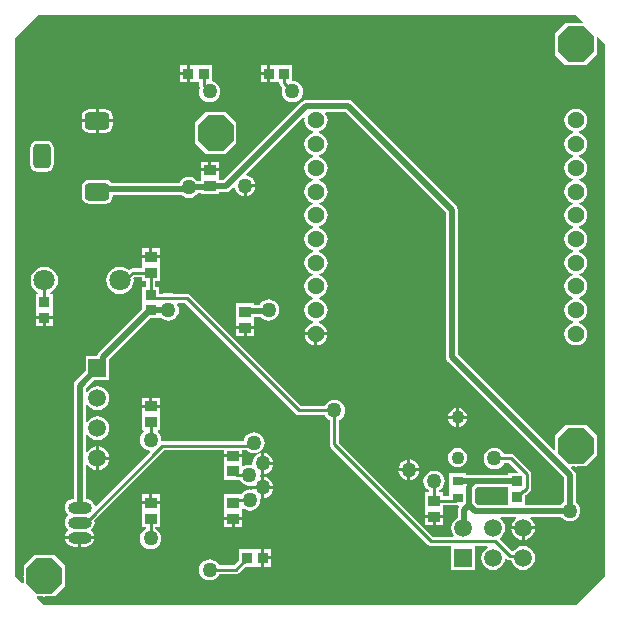
<source format=gbl>
G04*
G04 #@! TF.GenerationSoftware,Altium Limited,Altium Designer,20.2.3 (150)*
G04*
G04 Layer_Physical_Order=2*
G04 Layer_Color=16711680*
%FSLAX25Y25*%
%MOIN*%
G70*
G04*
G04 #@! TF.SameCoordinates,BB737A17-BA75-4855-ABE7-94ACFEC41E84*
G04*
G04*
G04 #@! TF.FilePolarity,Positive*
G04*
G01*
G75*
%ADD14C,0.01000*%
%ADD16R,0.05906X0.05906*%
%ADD39C,0.02000*%
%ADD40P,0.12784X8X22.5*%
%ADD41C,0.07087*%
%ADD42C,0.04331*%
%ADD43O,0.07874X0.03937*%
%ADD44O,0.07874X0.03937*%
%ADD45C,0.05906*%
%ADD46R,0.05906X0.05906*%
%ADD47C,0.05634*%
G04:AMPARAMS|DCode=48|XSize=82.68mil|YSize=59.06mil|CornerRadius=14.76mil|HoleSize=0mil|Usage=FLASHONLY|Rotation=90.000|XOffset=0mil|YOffset=0mil|HoleType=Round|Shape=RoundedRectangle|*
%AMROUNDEDRECTD48*
21,1,0.08268,0.02953,0,0,90.0*
21,1,0.05315,0.05906,0,0,90.0*
1,1,0.02953,0.01476,0.02657*
1,1,0.02953,0.01476,-0.02657*
1,1,0.02953,-0.01476,-0.02657*
1,1,0.02953,-0.01476,0.02657*
%
%ADD48ROUNDEDRECTD48*%
G04:AMPARAMS|DCode=49|XSize=82.68mil|YSize=59.06mil|CornerRadius=14.76mil|HoleSize=0mil|Usage=FLASHONLY|Rotation=0.000|XOffset=0mil|YOffset=0mil|HoleType=Round|Shape=RoundedRectangle|*
%AMROUNDEDRECTD49*
21,1,0.08268,0.02953,0,0,0.0*
21,1,0.05315,0.05906,0,0,0.0*
1,1,0.02953,0.02657,-0.01476*
1,1,0.02953,-0.02657,-0.01476*
1,1,0.02953,-0.02657,0.01476*
1,1,0.02953,0.02657,0.01476*
%
%ADD49ROUNDEDRECTD49*%
%ADD50C,0.05000*%
%ADD51R,0.03347X0.03740*%
%ADD52R,0.03740X0.03347*%
%ADD53R,0.03937X0.03543*%
%ADD54R,0.03543X0.03150*%
G36*
X386483Y391375D02*
X386292Y390913D01*
X384347D01*
X384008Y390947D01*
X383669Y390913D01*
X380555D01*
X377102Y387461D01*
Y384347D01*
X377069Y384008D01*
X377102Y383669D01*
Y380555D01*
X380555Y377102D01*
X383669D01*
X384008Y377069D01*
X384347Y377102D01*
X387461D01*
X390913Y380555D01*
Y383669D01*
X390947Y384008D01*
X390913Y384347D01*
Y386292D01*
X391375Y386483D01*
X393850Y384008D01*
Y206842D01*
X384008Y197000D01*
X206842D01*
X204367Y199475D01*
X204559Y199937D01*
X206503D01*
X206842Y199904D01*
X207182Y199937D01*
X210295D01*
X213748Y203390D01*
Y206503D01*
X213781Y206842D01*
X213748Y207182D01*
Y210295D01*
X210295Y213748D01*
X207182D01*
X206842Y213781D01*
X206503Y213748D01*
X203390D01*
X199937Y210295D01*
Y207182D01*
X199904Y206842D01*
X199937Y206503D01*
Y204559D01*
X199475Y204367D01*
X197000Y206842D01*
Y385976D01*
X204874Y393850D01*
X384008D01*
X386483Y391375D01*
D02*
G37*
%LPC*%
G36*
X254374Y377035D02*
X252201D01*
Y374665D01*
X254374D01*
Y377035D01*
D02*
G37*
G36*
X281146D02*
X278972D01*
Y374665D01*
X281146D01*
Y377035D01*
D02*
G37*
G36*
Y373665D02*
X278972D01*
Y371295D01*
X281146D01*
Y373665D01*
D02*
G37*
G36*
X254374Y373665D02*
X252201D01*
Y371295D01*
X254374D01*
Y373665D01*
D02*
G37*
G36*
X289437Y377035D02*
X282146D01*
Y374165D01*
Y371295D01*
X285234D01*
Y371016D01*
X285351Y370430D01*
X285682Y369934D01*
X286207Y369409D01*
X286110Y369174D01*
X285989Y368260D01*
X286110Y367346D01*
X286462Y366495D01*
X287023Y365764D01*
X287755Y365203D01*
X288606Y364850D01*
X289520Y364730D01*
X290433Y364850D01*
X291285Y365203D01*
X292016Y365764D01*
X292577Y366495D01*
X292930Y367346D01*
X293050Y368260D01*
X292930Y369174D01*
X292577Y370025D01*
X292016Y370756D01*
X291285Y371317D01*
X290433Y371670D01*
X289520Y371790D01*
X289437Y371863D01*
Y377035D01*
D02*
G37*
G36*
X262665D02*
X255374D01*
Y374165D01*
Y371295D01*
X258463D01*
Y370228D01*
X258579Y369643D01*
X258682Y369490D01*
X258551Y369174D01*
X258430Y368260D01*
X258551Y367346D01*
X258903Y366495D01*
X259464Y365764D01*
X260195Y365203D01*
X261047Y364850D01*
X261961Y364730D01*
X262874Y364850D01*
X263726Y365203D01*
X264457Y365764D01*
X265018Y366495D01*
X265370Y367346D01*
X265491Y368260D01*
X265370Y369174D01*
X265018Y370025D01*
X264457Y370756D01*
X263726Y371317D01*
X262874Y371670D01*
X262665Y371697D01*
Y377035D01*
D02*
G37*
G36*
X227217Y362419D02*
X225059D01*
Y358917D01*
X229741D01*
Y359894D01*
X229549Y360860D01*
X229002Y361679D01*
X228183Y362226D01*
X227217Y362419D01*
D02*
G37*
G36*
X224059D02*
X221902D01*
X220935Y362226D01*
X220116Y361679D01*
X219569Y360860D01*
X219377Y359894D01*
Y358917D01*
X224059D01*
Y362419D01*
D02*
G37*
G36*
X229741Y357917D02*
X225059D01*
Y354416D01*
X227217D01*
X228183Y354608D01*
X229002Y355156D01*
X229549Y355975D01*
X229741Y356941D01*
Y357917D01*
D02*
G37*
G36*
X224059D02*
X219377D01*
Y356941D01*
X219569Y355975D01*
X220116Y355156D01*
X220935Y354608D01*
X221902Y354416D01*
X224059D01*
Y357917D01*
D02*
G37*
G36*
X263929Y361419D02*
X263590Y361386D01*
X260476D01*
X257024Y357933D01*
Y354819D01*
X256990Y354480D01*
X257024Y354141D01*
Y351028D01*
X260476Y347575D01*
X263590D01*
X263929Y347541D01*
X264268Y347575D01*
X267382D01*
X270835Y351028D01*
Y354141D01*
X270868Y354480D01*
X270835Y354819D01*
Y357933D01*
X267382Y361386D01*
X264268D01*
X263929Y361419D01*
D02*
G37*
G36*
X264929Y344850D02*
X262461D01*
Y342579D01*
X264929D01*
Y344850D01*
D02*
G37*
G36*
X261461D02*
X258992D01*
Y342579D01*
X261461D01*
Y344850D01*
D02*
G37*
G36*
X207531Y351789D02*
X204579D01*
X203612Y351596D01*
X202793Y351049D01*
X202246Y350230D01*
X202054Y349264D01*
Y343949D01*
X202246Y342983D01*
X202793Y342163D01*
X203612Y341616D01*
X204579Y341424D01*
X207531D01*
X208498Y341616D01*
X209317Y342163D01*
X209864Y342983D01*
X210056Y343949D01*
Y349264D01*
X209864Y350230D01*
X209317Y351049D01*
X208498Y351596D01*
X207531Y351789D01*
D02*
G37*
G36*
X277236Y336264D02*
X274272D01*
Y333299D01*
X274685Y333354D01*
X275537Y333706D01*
X276268Y334267D01*
X276829Y334999D01*
X277182Y335850D01*
X277236Y336264D01*
D02*
G37*
G36*
X245244Y315913D02*
X242776D01*
Y313642D01*
X245244D01*
Y315913D01*
D02*
G37*
G36*
X241776D02*
X239307D01*
Y313642D01*
X241776D01*
Y315913D01*
D02*
G37*
G36*
X281646Y298955D02*
X280732Y298835D01*
X279881Y298482D01*
X279149Y297921D01*
X278588Y297190D01*
X278580Y297169D01*
X276740D01*
Y297606D01*
X270803D01*
Y292063D01*
Y290020D01*
X276740D01*
Y293091D01*
X279025D01*
X279149Y292929D01*
X279881Y292368D01*
X280732Y292015D01*
X281646Y291895D01*
X282559Y292015D01*
X283411Y292368D01*
X284142Y292929D01*
X284703Y293660D01*
X285056Y294512D01*
X285176Y295425D01*
X285056Y296339D01*
X284703Y297190D01*
X284142Y297921D01*
X283411Y298482D01*
X282559Y298835D01*
X281646Y298955D01*
D02*
G37*
G36*
X206842Y309850D02*
X205657Y309694D01*
X204551Y309236D01*
X203602Y308508D01*
X202874Y307559D01*
X202416Y306454D01*
X202260Y305268D01*
X202416Y304082D01*
X202874Y302976D01*
X203602Y302027D01*
X204551Y301299D01*
X204893Y301157D01*
X204794Y300658D01*
X203972D01*
Y295311D01*
Y293366D01*
X209713D01*
Y295311D01*
Y300658D01*
X208891D01*
X208792Y301157D01*
X209134Y301299D01*
X210083Y302027D01*
X210811Y302976D01*
X211269Y304082D01*
X211425Y305268D01*
X211269Y306454D01*
X210811Y307559D01*
X210083Y308508D01*
X209134Y309236D01*
X208029Y309694D01*
X206842Y309850D01*
D02*
G37*
G36*
X209713Y292366D02*
X207343D01*
Y290193D01*
X209713D01*
Y292366D01*
D02*
G37*
G36*
X206343D02*
X203972D01*
Y290193D01*
X206343D01*
Y292366D01*
D02*
G37*
G36*
X276740Y289020D02*
X274272D01*
Y286748D01*
X276740D01*
Y289020D01*
D02*
G37*
G36*
X273272D02*
X270803D01*
Y286748D01*
X273272D01*
Y289020D01*
D02*
G37*
G36*
X301193Y286957D02*
X297909D01*
Y283673D01*
X298406Y283738D01*
X299334Y284123D01*
X300132Y284734D01*
X300744Y285532D01*
X301128Y286460D01*
X301193Y286957D01*
D02*
G37*
G36*
X296909D02*
X293625D01*
X293691Y286460D01*
X294075Y285532D01*
X294687Y284734D01*
X295484Y284123D01*
X296413Y283738D01*
X296909Y283673D01*
Y286957D01*
D02*
G37*
G36*
X384008Y362456D02*
X383012Y362325D01*
X382083Y361940D01*
X381286Y361329D01*
X380674Y360531D01*
X380289Y359603D01*
X380158Y358606D01*
X380289Y357610D01*
X380674Y356681D01*
X381286Y355884D01*
X382083Y355272D01*
X382946Y354915D01*
X383006Y354654D01*
X382946Y354392D01*
X382083Y354035D01*
X381286Y353423D01*
X380674Y352626D01*
X380289Y351697D01*
X380158Y350701D01*
X380289Y349704D01*
X380674Y348776D01*
X381286Y347978D01*
X382083Y347367D01*
X382946Y347009D01*
X383006Y346748D01*
X382946Y346487D01*
X382083Y346129D01*
X381286Y345517D01*
X380674Y344720D01*
X380289Y343792D01*
X380158Y342795D01*
X380289Y341799D01*
X380674Y340870D01*
X381286Y340073D01*
X382083Y339461D01*
X382946Y339104D01*
X383006Y338843D01*
X382946Y338581D01*
X382083Y338224D01*
X381286Y337612D01*
X380674Y336815D01*
X380289Y335886D01*
X380158Y334890D01*
X380289Y333893D01*
X380674Y332965D01*
X381286Y332168D01*
X382083Y331556D01*
X382946Y331198D01*
X383006Y330937D01*
X382946Y330676D01*
X382083Y330318D01*
X381286Y329707D01*
X380674Y328909D01*
X380289Y327981D01*
X380158Y326984D01*
X380289Y325988D01*
X380674Y325059D01*
X381286Y324262D01*
X382083Y323650D01*
X382946Y323293D01*
X383006Y323031D01*
X382946Y322770D01*
X382083Y322413D01*
X381286Y321801D01*
X380674Y321004D01*
X380289Y320075D01*
X380158Y319079D01*
X380289Y318082D01*
X380674Y317154D01*
X381286Y316356D01*
X382083Y315745D01*
X382946Y315387D01*
X383006Y315126D01*
X382946Y314865D01*
X382083Y314507D01*
X381286Y313896D01*
X380674Y313098D01*
X380289Y312170D01*
X380158Y311173D01*
X380289Y310177D01*
X380674Y309248D01*
X381286Y308451D01*
X382083Y307839D01*
X382946Y307482D01*
X383006Y307221D01*
X382946Y306959D01*
X382083Y306602D01*
X381286Y305990D01*
X380674Y305193D01*
X380289Y304264D01*
X380158Y303268D01*
X380289Y302271D01*
X380674Y301343D01*
X381286Y300545D01*
X382083Y299934D01*
X382946Y299576D01*
X383006Y299315D01*
X382946Y299054D01*
X382083Y298696D01*
X381286Y298084D01*
X380674Y297287D01*
X380289Y296359D01*
X380158Y295362D01*
X380289Y294366D01*
X380674Y293437D01*
X381286Y292640D01*
X382083Y292028D01*
X382946Y291671D01*
X383006Y291409D01*
X382946Y291148D01*
X382083Y290791D01*
X381286Y290179D01*
X380674Y289382D01*
X380289Y288453D01*
X380158Y287457D01*
X380289Y286460D01*
X380674Y285532D01*
X381286Y284734D01*
X382083Y284123D01*
X383012Y283738D01*
X384008Y283607D01*
X385004Y283738D01*
X385933Y284123D01*
X386730Y284734D01*
X387342Y285532D01*
X387727Y286460D01*
X387858Y287457D01*
X387727Y288453D01*
X387342Y289382D01*
X386730Y290179D01*
X385933Y290791D01*
X385070Y291148D01*
X385010Y291409D01*
X385070Y291671D01*
X385933Y292028D01*
X386730Y292640D01*
X387342Y293437D01*
X387727Y294366D01*
X387858Y295362D01*
X387727Y296359D01*
X387342Y297287D01*
X386730Y298084D01*
X385933Y298696D01*
X385070Y299054D01*
X385010Y299315D01*
X385070Y299576D01*
X385933Y299934D01*
X386730Y300545D01*
X387342Y301343D01*
X387727Y302271D01*
X387858Y303268D01*
X387727Y304264D01*
X387342Y305193D01*
X386730Y305990D01*
X385933Y306602D01*
X385070Y306959D01*
X385010Y307221D01*
X385070Y307482D01*
X385933Y307839D01*
X386730Y308451D01*
X387342Y309248D01*
X387727Y310177D01*
X387858Y311173D01*
X387727Y312170D01*
X387342Y313098D01*
X386730Y313896D01*
X385933Y314507D01*
X385070Y314865D01*
X385010Y315126D01*
X385070Y315387D01*
X385933Y315745D01*
X386730Y316356D01*
X387342Y317154D01*
X387727Y318082D01*
X387858Y319079D01*
X387727Y320075D01*
X387342Y321004D01*
X386730Y321801D01*
X385933Y322413D01*
X385070Y322770D01*
X385010Y323031D01*
X385070Y323293D01*
X385933Y323650D01*
X386730Y324262D01*
X387342Y325059D01*
X387727Y325988D01*
X387858Y326984D01*
X387727Y327981D01*
X387342Y328909D01*
X386730Y329707D01*
X385933Y330318D01*
X385070Y330676D01*
X385010Y330937D01*
X385070Y331198D01*
X385933Y331556D01*
X386730Y332168D01*
X387342Y332965D01*
X387727Y333893D01*
X387858Y334890D01*
X387727Y335886D01*
X387342Y336815D01*
X386730Y337612D01*
X385933Y338224D01*
X385070Y338581D01*
X385010Y338843D01*
X385070Y339104D01*
X385933Y339461D01*
X386730Y340073D01*
X387342Y340870D01*
X387727Y341799D01*
X387858Y342795D01*
X387727Y343792D01*
X387342Y344720D01*
X386730Y345517D01*
X385933Y346129D01*
X385070Y346487D01*
X385010Y346748D01*
X385070Y347009D01*
X385933Y347367D01*
X386730Y347978D01*
X387342Y348776D01*
X387727Y349704D01*
X387858Y350701D01*
X387727Y351697D01*
X387342Y352626D01*
X386730Y353423D01*
X385933Y354035D01*
X385070Y354392D01*
X385010Y354654D01*
X385070Y354915D01*
X385933Y355272D01*
X386730Y355884D01*
X387342Y356681D01*
X387727Y357610D01*
X387858Y358606D01*
X387727Y359603D01*
X387342Y360531D01*
X386730Y361329D01*
X385933Y361940D01*
X385004Y362325D01*
X384008Y362456D01*
D02*
G37*
G36*
X245244Y266110D02*
X242776D01*
Y263839D01*
X245244D01*
Y266110D01*
D02*
G37*
G36*
X241776D02*
X239307D01*
Y263839D01*
X241776D01*
Y266110D01*
D02*
G37*
G36*
X345138Y262725D02*
Y260099D01*
X347765D01*
X347722Y260425D01*
X347403Y261195D01*
X346895Y261856D01*
X346234Y262363D01*
X345464Y262682D01*
X345138Y262725D01*
D02*
G37*
G36*
X344138D02*
X343811Y262682D01*
X343041Y262363D01*
X342380Y261856D01*
X341873Y261195D01*
X341554Y260425D01*
X341511Y260099D01*
X344138D01*
Y262725D01*
D02*
G37*
G36*
X347765Y259099D02*
X345138D01*
Y256472D01*
X345464Y256515D01*
X346234Y256834D01*
X346895Y257341D01*
X347403Y258002D01*
X347722Y258772D01*
X347765Y259099D01*
D02*
G37*
G36*
X344138D02*
X341511D01*
X341554Y258772D01*
X341873Y258002D01*
X342380Y257341D01*
X343041Y256834D01*
X343811Y256515D01*
X344138Y256472D01*
Y259099D01*
D02*
G37*
G36*
X225059Y249976D02*
Y246555D01*
X228480D01*
X228410Y247087D01*
X228012Y248048D01*
X227378Y248874D01*
X226553Y249508D01*
X225591Y249906D01*
X225059Y249976D01*
D02*
G37*
G36*
X280177Y247709D02*
Y244744D01*
X283141D01*
X283087Y245158D01*
X282734Y246009D01*
X282173Y246740D01*
X281442Y247301D01*
X280591Y247654D01*
X280177Y247709D01*
D02*
G37*
G36*
X279177D02*
X278764Y247654D01*
X277912Y247301D01*
X277181Y246740D01*
X276620Y246009D01*
X276267Y245158D01*
X276147Y244244D01*
X276150Y244218D01*
X275702Y243796D01*
X275119Y243873D01*
X274205Y243753D01*
X273354Y243400D01*
X273252Y243321D01*
X272803Y243543D01*
Y246402D01*
X269835D01*
X266866D01*
Y244130D01*
Y238815D01*
X271070D01*
X271079Y238813D01*
X271964D01*
X272062Y238577D01*
X272623Y237846D01*
X273354Y237285D01*
X274205Y236933D01*
X275119Y236812D01*
X275728Y236893D01*
X275891Y236744D01*
X279177D01*
Y239743D01*
X278805Y240076D01*
X278810Y240422D01*
X279177Y240748D01*
Y244244D01*
Y247709D01*
D02*
G37*
G36*
X344638Y249405D02*
X343811Y249296D01*
X343041Y248977D01*
X342380Y248470D01*
X341873Y247809D01*
X341554Y247039D01*
X341445Y246213D01*
X341554Y245386D01*
X341873Y244616D01*
X342380Y243955D01*
X343041Y243448D01*
X343811Y243129D01*
X344638Y243020D01*
X345464Y243129D01*
X346234Y243448D01*
X346895Y243955D01*
X347403Y244616D01*
X347722Y245386D01*
X347831Y246213D01*
X347722Y247039D01*
X347403Y247809D01*
X346895Y248470D01*
X346234Y248977D01*
X345464Y249296D01*
X344638Y249405D01*
D02*
G37*
G36*
X328851Y245577D02*
Y242613D01*
X331816D01*
X331761Y243026D01*
X331409Y243878D01*
X330848Y244609D01*
X330116Y245170D01*
X329265Y245522D01*
X328851Y245577D01*
D02*
G37*
G36*
X327851D02*
X327438Y245522D01*
X326586Y245170D01*
X325855Y244609D01*
X325294Y243878D01*
X324941Y243026D01*
X324887Y242613D01*
X327851D01*
Y245577D01*
D02*
G37*
G36*
X228480Y245555D02*
X225059D01*
Y242134D01*
X225591Y242204D01*
X226553Y242602D01*
X227378Y243236D01*
X228012Y244062D01*
X228410Y245023D01*
X228480Y245555D01*
D02*
G37*
G36*
X283141Y243744D02*
X280177D01*
Y240780D01*
X280591Y240834D01*
X281442Y241187D01*
X282173Y241748D01*
X282734Y242479D01*
X283087Y243330D01*
X283141Y243744D01*
D02*
G37*
G36*
X331816Y241613D02*
X328851D01*
Y238648D01*
X329265Y238703D01*
X330116Y239055D01*
X330848Y239616D01*
X331409Y240347D01*
X331761Y241199D01*
X331816Y241613D01*
D02*
G37*
G36*
X327851D02*
X324887D01*
X324941Y241199D01*
X325294Y240347D01*
X325855Y239616D01*
X326586Y239055D01*
X327438Y238703D01*
X327851Y238648D01*
Y241613D01*
D02*
G37*
G36*
X280177Y239708D02*
Y236744D01*
X283141D01*
X283087Y237158D01*
X282734Y238009D01*
X282173Y238740D01*
X281442Y239301D01*
X280591Y239654D01*
X280177Y239708D01*
D02*
G37*
G36*
X279177Y235744D02*
X276050D01*
X275840Y235534D01*
X275371Y235596D01*
X274457Y235476D01*
X273606Y235123D01*
X272875Y234562D01*
X272386Y233925D01*
X266866D01*
Y228382D01*
Y226339D01*
X272803D01*
Y228994D01*
X273303Y229241D01*
X273606Y229009D01*
X274457Y228656D01*
X275371Y228536D01*
X276285Y228656D01*
X277136Y229009D01*
X277867Y229570D01*
X278428Y230301D01*
X278781Y231152D01*
X278901Y232066D01*
X278854Y232422D01*
X279177Y232745D01*
Y235744D01*
D02*
G37*
G36*
X283141D02*
X280177D01*
Y232780D01*
X280591Y232834D01*
X281442Y233187D01*
X282173Y233748D01*
X282734Y234479D01*
X283087Y235330D01*
X283141Y235744D01*
D02*
G37*
G36*
X245244Y233925D02*
X242776D01*
Y231653D01*
X245244D01*
Y233925D01*
D02*
G37*
G36*
X241776D02*
X239307D01*
Y231653D01*
X241776D01*
Y233925D01*
D02*
G37*
G36*
X294067Y365462D02*
X293287Y365307D01*
X292625Y364865D01*
X266563Y338803D01*
X264929D01*
Y341579D01*
X261961D01*
X258992D01*
Y338575D01*
X257672D01*
X257496Y338804D01*
X256765Y339365D01*
X255913Y339717D01*
X255000Y339838D01*
X254086Y339717D01*
X253235Y339365D01*
X252503Y338804D01*
X251942Y338072D01*
X251818Y337772D01*
X229192D01*
X229002Y338057D01*
X228183Y338604D01*
X227217Y338796D01*
X221902D01*
X220935Y338604D01*
X220116Y338057D01*
X219569Y337238D01*
X219377Y336272D01*
Y333319D01*
X219569Y332353D01*
X220116Y331534D01*
X220935Y330986D01*
X221902Y330794D01*
X227217D01*
X228183Y330986D01*
X229002Y331534D01*
X229549Y332353D01*
X229741Y333319D01*
Y333694D01*
X252656D01*
X253235Y333250D01*
X254086Y332897D01*
X255000Y332777D01*
X255913Y332897D01*
X256765Y333250D01*
X257496Y333811D01*
X258022Y334496D01*
X258992D01*
Y333992D01*
X264929D01*
Y334725D01*
X267408D01*
X268188Y334880D01*
X268850Y335322D01*
X269848Y336320D01*
X270321Y336159D01*
X270362Y335850D01*
X270714Y334999D01*
X271275Y334267D01*
X272007Y333706D01*
X272858Y333354D01*
X273272Y333299D01*
Y336764D01*
X273772D01*
Y337264D01*
X277236D01*
X277182Y337678D01*
X276829Y338529D01*
X276268Y339260D01*
X275537Y339821D01*
X274685Y340174D01*
X274376Y340214D01*
X274216Y340688D01*
X293195Y359667D01*
X293669Y359434D01*
X293560Y358606D01*
X293691Y357610D01*
X294075Y356681D01*
X294687Y355884D01*
X295484Y355272D01*
X296347Y354915D01*
X296408Y354654D01*
X296347Y354392D01*
X295484Y354035D01*
X294687Y353423D01*
X294075Y352626D01*
X293691Y351697D01*
X293560Y350701D01*
X293691Y349704D01*
X294075Y348776D01*
X294687Y347978D01*
X295484Y347367D01*
X296347Y347009D01*
X296408Y346748D01*
X296347Y346487D01*
X295484Y346129D01*
X294687Y345517D01*
X294075Y344720D01*
X293691Y343792D01*
X293560Y342795D01*
X293691Y341799D01*
X294075Y340870D01*
X294687Y340073D01*
X295484Y339461D01*
X296347Y339104D01*
X296408Y338843D01*
X296347Y338581D01*
X295484Y338224D01*
X294687Y337612D01*
X294075Y336815D01*
X293691Y335886D01*
X293560Y334890D01*
X293691Y333893D01*
X294075Y332965D01*
X294687Y332168D01*
X295484Y331556D01*
X296347Y331198D01*
X296408Y330937D01*
X296347Y330676D01*
X295484Y330318D01*
X294687Y329707D01*
X294075Y328909D01*
X293691Y327981D01*
X293560Y326984D01*
X293691Y325988D01*
X294075Y325059D01*
X294687Y324262D01*
X295484Y323650D01*
X296347Y323293D01*
X296408Y323031D01*
X296347Y322770D01*
X295484Y322413D01*
X294687Y321801D01*
X294075Y321004D01*
X293691Y320075D01*
X293560Y319079D01*
X293691Y318082D01*
X294075Y317154D01*
X294687Y316356D01*
X295484Y315745D01*
X296347Y315387D01*
X296408Y315126D01*
X296347Y314865D01*
X295484Y314507D01*
X294687Y313896D01*
X294075Y313098D01*
X293691Y312170D01*
X293560Y311173D01*
X293691Y310177D01*
X294075Y309248D01*
X294687Y308451D01*
X295484Y307839D01*
X296347Y307482D01*
X296408Y307221D01*
X296347Y306959D01*
X295484Y306602D01*
X294687Y305990D01*
X294075Y305193D01*
X293691Y304264D01*
X293560Y303268D01*
X293691Y302271D01*
X294075Y301343D01*
X294687Y300545D01*
X295484Y299934D01*
X296347Y299576D01*
X296408Y299315D01*
X296347Y299054D01*
X295484Y298696D01*
X294687Y298084D01*
X294075Y297287D01*
X293691Y296359D01*
X293560Y295362D01*
X293691Y294366D01*
X294075Y293437D01*
X294687Y292640D01*
X295484Y292028D01*
X296347Y291671D01*
X296408Y291409D01*
X296347Y291148D01*
X295484Y290791D01*
X294687Y290179D01*
X294075Y289382D01*
X293691Y288453D01*
X293625Y287957D01*
X297409D01*
X301193D01*
X301128Y288453D01*
X300744Y289382D01*
X300132Y290179D01*
X299334Y290791D01*
X298472Y291148D01*
X298411Y291409D01*
X298472Y291671D01*
X299334Y292028D01*
X300132Y292640D01*
X300744Y293437D01*
X301128Y294366D01*
X301259Y295362D01*
X301128Y296359D01*
X300744Y297287D01*
X300132Y298084D01*
X299334Y298696D01*
X298472Y299054D01*
X298411Y299315D01*
X298472Y299576D01*
X299334Y299934D01*
X300132Y300545D01*
X300744Y301343D01*
X301128Y302271D01*
X301259Y303268D01*
X301128Y304264D01*
X300744Y305193D01*
X300132Y305990D01*
X299334Y306602D01*
X298472Y306959D01*
X298411Y307221D01*
X298472Y307482D01*
X299334Y307839D01*
X300132Y308451D01*
X300744Y309248D01*
X301128Y310177D01*
X301259Y311173D01*
X301128Y312170D01*
X300744Y313098D01*
X300132Y313896D01*
X299334Y314507D01*
X298472Y314865D01*
X298411Y315126D01*
X298472Y315387D01*
X299334Y315745D01*
X300132Y316356D01*
X300744Y317154D01*
X301128Y318082D01*
X301259Y319079D01*
X301128Y320075D01*
X300744Y321004D01*
X300132Y321801D01*
X299334Y322413D01*
X298472Y322770D01*
X298411Y323031D01*
X298472Y323293D01*
X299334Y323650D01*
X300132Y324262D01*
X300744Y325059D01*
X301128Y325988D01*
X301259Y326984D01*
X301128Y327981D01*
X300744Y328909D01*
X300132Y329707D01*
X299334Y330318D01*
X298472Y330676D01*
X298411Y330937D01*
X298472Y331198D01*
X299334Y331556D01*
X300132Y332168D01*
X300744Y332965D01*
X301128Y333893D01*
X301259Y334890D01*
X301128Y335886D01*
X300744Y336815D01*
X300132Y337612D01*
X299334Y338224D01*
X298472Y338581D01*
X298411Y338843D01*
X298472Y339104D01*
X299334Y339461D01*
X300132Y340073D01*
X300744Y340870D01*
X301128Y341799D01*
X301259Y342795D01*
X301128Y343792D01*
X300744Y344720D01*
X300132Y345517D01*
X299334Y346129D01*
X298472Y346487D01*
X298411Y346748D01*
X298472Y347009D01*
X299334Y347367D01*
X300132Y347978D01*
X300744Y348776D01*
X301128Y349704D01*
X301259Y350701D01*
X301128Y351697D01*
X300744Y352626D01*
X300132Y353423D01*
X299334Y354035D01*
X298472Y354392D01*
X298411Y354654D01*
X298472Y354915D01*
X299334Y355272D01*
X300132Y355884D01*
X300744Y356681D01*
X301128Y357610D01*
X301259Y358606D01*
X301128Y359603D01*
X300744Y360531D01*
X300473Y360884D01*
X300719Y361384D01*
X307291D01*
X340630Y328045D01*
Y279802D01*
X340785Y279021D01*
X341227Y278360D01*
X380000Y239587D01*
Y231343D01*
X379543Y230992D01*
X379192Y230535D01*
X367688D01*
X367193Y230547D01*
Y233711D01*
X367400Y233752D01*
X367896Y234084D01*
X368774Y234963D01*
X369106Y235459D01*
X369222Y236044D01*
Y240633D01*
X369106Y241218D01*
X368774Y241715D01*
X363473Y247016D01*
X362977Y247347D01*
X362392Y247464D01*
X360047D01*
X359950Y247699D01*
X359389Y248431D01*
X358658Y248992D01*
X357806Y249344D01*
X356892Y249465D01*
X355979Y249344D01*
X355127Y248992D01*
X354396Y248431D01*
X353835Y247699D01*
X353483Y246848D01*
X353362Y245934D01*
X353483Y245021D01*
X353835Y244169D01*
X354396Y243438D01*
X355127Y242877D01*
X355979Y242525D01*
X356892Y242404D01*
X357806Y242525D01*
X358658Y242877D01*
X359389Y243438D01*
X359950Y244169D01*
X360047Y244405D01*
X361758D01*
X364689Y241474D01*
X364498Y241012D01*
X361453D01*
Y240378D01*
X347410D01*
Y240913D01*
X341866D01*
Y235764D01*
X341866D01*
Y235402D01*
X341866D01*
Y233372D01*
X339732D01*
Y234614D01*
X338293D01*
Y235184D01*
X338529Y235281D01*
X339260Y235842D01*
X339821Y236574D01*
X340174Y237425D01*
X340294Y238339D01*
X340174Y239252D01*
X339821Y240104D01*
X339260Y240835D01*
X338529Y241396D01*
X337678Y241748D01*
X336764Y241869D01*
X335850Y241748D01*
X334999Y241396D01*
X334267Y240835D01*
X333706Y240104D01*
X333354Y239252D01*
X333234Y238339D01*
X333354Y237425D01*
X333706Y236574D01*
X334267Y235842D01*
X334999Y235281D01*
X335234Y235184D01*
Y234614D01*
X333795D01*
Y229071D01*
Y227028D01*
X339732D01*
Y229071D01*
Y230313D01*
X341866D01*
Y230252D01*
X344716D01*
X344984Y229752D01*
X344803Y229481D01*
X344648Y228701D01*
Y226280D01*
X344455Y226201D01*
X343630Y225567D01*
X342996Y224742D01*
X342598Y223780D01*
X342462Y222748D01*
X342598Y221716D01*
X342996Y220755D01*
X343326Y220325D01*
X343079Y219825D01*
X336504D01*
X305088Y251240D01*
Y258806D01*
X305324Y258903D01*
X306055Y259464D01*
X306616Y260195D01*
X306969Y261047D01*
X307089Y261961D01*
X306969Y262874D01*
X306616Y263726D01*
X306055Y264457D01*
X305324Y265018D01*
X304473Y265370D01*
X303559Y265491D01*
X302645Y265370D01*
X301794Y265018D01*
X301063Y264457D01*
X300502Y263726D01*
X300404Y263490D01*
X292399D01*
X255438Y300451D01*
X254942Y300783D01*
X254356Y300900D01*
X250115D01*
X249838Y300955D01*
X246524D01*
X246247Y300900D01*
X245146D01*
Y303217D01*
X243805D01*
Y305055D01*
X245244D01*
Y310370D01*
Y312642D01*
X242276D01*
Y313142D01*
D01*
Y312642D01*
X239307D01*
Y309356D01*
X236245D01*
X235660Y309240D01*
X235164Y308908D01*
X234988Y308732D01*
X234331Y309236D01*
X233225Y309694D01*
X232039Y309850D01*
X230853Y309694D01*
X229748Y309236D01*
X228799Y308508D01*
X228071Y307559D01*
X227613Y306454D01*
X227457Y305268D01*
X227613Y304082D01*
X228071Y302976D01*
X228799Y302027D01*
X229748Y301299D01*
X230853Y300841D01*
X232039Y300685D01*
X233225Y300841D01*
X234331Y301299D01*
X235280Y302027D01*
X236008Y302976D01*
X236466Y304082D01*
X236622Y305268D01*
X236532Y305950D01*
X236879Y306297D01*
X239307D01*
Y305055D01*
X240746D01*
Y303217D01*
X239405D01*
Y297870D01*
Y295636D01*
X225070Y281300D01*
X224628Y280639D01*
X224502Y280008D01*
X220606D01*
Y274986D01*
X217212Y271591D01*
X216770Y270930D01*
X216614Y270150D01*
Y232544D01*
X215910Y232451D01*
X215188Y232152D01*
X214568Y231676D01*
X214092Y231056D01*
X213793Y230334D01*
X213691Y229559D01*
X213793Y228784D01*
X214092Y228062D01*
X214568Y227442D01*
X214741Y227309D01*
Y226809D01*
X214568Y226676D01*
X214092Y226056D01*
X213793Y225334D01*
X213691Y224559D01*
X213793Y223784D01*
X214092Y223062D01*
X214568Y222442D01*
X214741Y222309D01*
Y221809D01*
X214568Y221676D01*
X214092Y221056D01*
X213793Y220334D01*
X213757Y220059D01*
X223550D01*
X223514Y220334D01*
X223215Y221056D01*
X222739Y221676D01*
X222566Y221809D01*
Y222309D01*
X222739Y222442D01*
X223215Y223062D01*
X223514Y223784D01*
X223616Y224559D01*
X223519Y225294D01*
X246870Y248644D01*
X266866D01*
Y247401D01*
X269835D01*
X272803D01*
Y248644D01*
X274247D01*
X274971Y248088D01*
X275822Y247736D01*
X276736Y247616D01*
X277650Y247736D01*
X278501Y248088D01*
X279233Y248649D01*
X279794Y249381D01*
X280146Y250232D01*
X280266Y251146D01*
X280146Y252059D01*
X279794Y252911D01*
X279233Y253642D01*
X278501Y254203D01*
X277650Y254556D01*
X276736Y254676D01*
X275822Y254556D01*
X274971Y254203D01*
X274240Y253642D01*
X273679Y252911D01*
X273326Y252059D01*
X273279Y251703D01*
X246255D01*
X246128Y251716D01*
X245827Y251998D01*
X245805Y252127D01*
X245686Y253032D01*
X245333Y253883D01*
X244772Y254614D01*
X244592Y254752D01*
X244762Y255252D01*
X245244D01*
Y260567D01*
Y262839D01*
X239307D01*
Y260567D01*
Y255252D01*
X239789D01*
X239959Y254752D01*
X239779Y254614D01*
X239218Y253883D01*
X238866Y253032D01*
X238745Y252118D01*
X238866Y251204D01*
X239218Y250353D01*
X239779Y249622D01*
X240511Y249061D01*
X241362Y248708D01*
X241839Y248645D01*
X242018Y248117D01*
X223998Y230098D01*
X223524Y230258D01*
X223514Y230334D01*
X223215Y231056D01*
X222739Y231676D01*
X222119Y232152D01*
X221397Y232451D01*
X220693Y232544D01*
Y243821D01*
X221193Y243949D01*
X221740Y243236D01*
X222566Y242602D01*
X223527Y242204D01*
X224059Y242134D01*
Y246055D01*
Y249976D01*
X223527Y249906D01*
X222566Y249508D01*
X221740Y248874D01*
X221193Y248161D01*
X220693Y248290D01*
Y253820D01*
X221193Y253949D01*
X221740Y253236D01*
X222566Y252602D01*
X223527Y252204D01*
X224559Y252068D01*
X225591Y252204D01*
X226553Y252602D01*
X227378Y253236D01*
X228012Y254062D01*
X228410Y255023D01*
X228546Y256055D01*
X228410Y257087D01*
X228012Y258049D01*
X227378Y258874D01*
X226553Y259508D01*
X225591Y259906D01*
X224559Y260042D01*
X223527Y259906D01*
X222566Y259508D01*
X221740Y258874D01*
X221193Y258161D01*
X220693Y258290D01*
Y263821D01*
X221193Y263949D01*
X221740Y263236D01*
X222566Y262602D01*
X223527Y262204D01*
X224559Y262068D01*
X225591Y262204D01*
X226553Y262602D01*
X227378Y263236D01*
X228012Y264062D01*
X228410Y265023D01*
X228546Y266055D01*
X228410Y267087D01*
X228012Y268049D01*
X227378Y268874D01*
X226553Y269508D01*
X225591Y269906D01*
X224559Y270042D01*
X223527Y269906D01*
X222566Y269508D01*
X221740Y268874D01*
X221193Y268161D01*
X220693Y268290D01*
Y269305D01*
X223490Y272102D01*
X228512D01*
Y277811D01*
X228551Y278008D01*
Y279014D01*
X242289Y292752D01*
X245146D01*
Y292810D01*
X245646Y292980D01*
X245685Y292929D01*
X246416Y292368D01*
X247267Y292015D01*
X248181Y291895D01*
X249095Y292015D01*
X249946Y292368D01*
X250677Y292929D01*
X251238Y293660D01*
X251591Y294512D01*
X251711Y295425D01*
X251591Y296339D01*
X251238Y297190D01*
X251083Y297392D01*
X251305Y297841D01*
X253723D01*
X290684Y260879D01*
X291181Y260548D01*
X291766Y260431D01*
X300404D01*
X300502Y260195D01*
X301063Y259464D01*
X301794Y258903D01*
X302030Y258806D01*
Y250607D01*
X302146Y250022D01*
X302478Y249526D01*
X334789Y217214D01*
X335285Y216882D01*
X335871Y216766D01*
X342023D01*
X342496Y216701D01*
X342496Y216266D01*
Y208795D01*
X350402D01*
X350402Y216701D01*
X350875Y216766D01*
X354513D01*
X354613Y216266D01*
X354455Y216201D01*
X353630Y215567D01*
X352996Y214741D01*
X352598Y213780D01*
X352462Y212748D01*
X352598Y211716D01*
X352996Y210755D01*
X353630Y209929D01*
X354455Y209295D01*
X355417Y208897D01*
X356449Y208761D01*
X357481Y208897D01*
X358442Y209295D01*
X359268Y209929D01*
X359901Y210755D01*
X360300Y211716D01*
X360371Y212253D01*
X360898Y212433D01*
X360915Y212417D01*
X361411Y212085D01*
X361996Y211969D01*
X362565D01*
X362598Y211716D01*
X362996Y210755D01*
X363630Y209929D01*
X364455Y209295D01*
X365417Y208897D01*
X366449Y208761D01*
X367481Y208897D01*
X368442Y209295D01*
X369268Y209929D01*
X369901Y210755D01*
X370300Y211716D01*
X370436Y212748D01*
X370300Y213780D01*
X369901Y214741D01*
X369268Y215567D01*
X368442Y216201D01*
X367481Y216599D01*
X366449Y216735D01*
X365417Y216599D01*
X364455Y216201D01*
X363630Y215567D01*
X363215Y215027D01*
X362630D01*
X358753Y218904D01*
X358797Y219567D01*
X359268Y219929D01*
X359901Y220755D01*
X360300Y221716D01*
X360436Y222748D01*
X360300Y223780D01*
X359901Y224742D01*
X359268Y225567D01*
X358760Y225957D01*
X358930Y226457D01*
X363968D01*
X364138Y225957D01*
X363630Y225567D01*
X362996Y224742D01*
X362598Y223780D01*
X362528Y223248D01*
X370370D01*
X370300Y223780D01*
X369901Y224742D01*
X369268Y225567D01*
X368760Y225957D01*
X368930Y226457D01*
X379192D01*
X379543Y226000D01*
X380274Y225439D01*
X381126Y225086D01*
X382039Y224966D01*
X382953Y225086D01*
X383804Y225439D01*
X384536Y226000D01*
X385097Y226731D01*
X385449Y227582D01*
X385570Y228496D01*
X385449Y229410D01*
X385097Y230261D01*
X384536Y230992D01*
X384079Y231343D01*
Y240431D01*
X383923Y241212D01*
X383481Y241873D01*
X382573Y242782D01*
X382764Y243244D01*
X383669D01*
X384008Y243211D01*
X384347Y243244D01*
X387461D01*
X390913Y246697D01*
Y249810D01*
X390947Y250150D01*
X390913Y250489D01*
Y253602D01*
X387461Y257055D01*
X384347D01*
X384008Y257088D01*
X383669Y257055D01*
X380555D01*
X377102Y253602D01*
Y250489D01*
X377069Y250150D01*
X377102Y249810D01*
Y248906D01*
X376640Y248714D01*
X344708Y280646D01*
Y328890D01*
X344553Y329670D01*
X344111Y330332D01*
X309578Y364865D01*
X308916Y365307D01*
X308136Y365462D01*
X294067D01*
X294067Y365462D01*
D02*
G37*
G36*
X339732Y226028D02*
X337264D01*
Y223756D01*
X339732D01*
Y226028D01*
D02*
G37*
G36*
X336264D02*
X333795D01*
Y223756D01*
X336264D01*
Y226028D01*
D02*
G37*
G36*
X272803Y225339D02*
X270335D01*
Y223067D01*
X272803D01*
Y225339D01*
D02*
G37*
G36*
X269335D02*
X266866D01*
Y223067D01*
X269335D01*
Y225339D01*
D02*
G37*
G36*
X370370Y222248D02*
X366949D01*
Y218827D01*
X367481Y218897D01*
X368442Y219295D01*
X369268Y219929D01*
X369901Y220755D01*
X370300Y221716D01*
X370370Y222248D01*
D02*
G37*
G36*
X365949D02*
X362528D01*
X362598Y221716D01*
X362996Y220755D01*
X363630Y219929D01*
X364455Y219295D01*
X365417Y218897D01*
X365949Y218827D01*
Y222248D01*
D02*
G37*
G36*
X223550Y219059D02*
X219153D01*
Y216565D01*
X220622D01*
X221397Y216667D01*
X222119Y216966D01*
X222739Y217442D01*
X223215Y218062D01*
X223514Y218784D01*
X223550Y219059D01*
D02*
G37*
G36*
X218154D02*
X213757D01*
X213793Y218784D01*
X214092Y218062D01*
X214568Y217442D01*
X215188Y216966D01*
X215910Y216667D01*
X216685Y216565D01*
X218154D01*
Y219059D01*
D02*
G37*
G36*
X245244Y230654D02*
X239307D01*
Y228382D01*
Y223067D01*
X240726D01*
Y222423D01*
X240490Y222325D01*
X239759Y221764D01*
X239198Y221033D01*
X238845Y220182D01*
X238725Y219268D01*
X238845Y218354D01*
X239198Y217503D01*
X239759Y216772D01*
X240490Y216211D01*
X241342Y215858D01*
X242255Y215738D01*
X243169Y215858D01*
X244020Y216211D01*
X244752Y216772D01*
X245312Y217503D01*
X245665Y218354D01*
X245785Y219268D01*
X245665Y220182D01*
X245312Y221033D01*
X244752Y221764D01*
X244020Y222325D01*
X243785Y222423D01*
Y223067D01*
X245244D01*
Y228382D01*
Y230654D01*
D02*
G37*
G36*
X282350Y215618D02*
X280177D01*
Y213248D01*
X282350D01*
Y215618D01*
D02*
G37*
G36*
X279177D02*
X271886D01*
Y212238D01*
X269989Y210340D01*
X265115D01*
X265018Y210576D01*
X264457Y211307D01*
X263726Y211868D01*
X262874Y212221D01*
X261961Y212341D01*
X261047Y212221D01*
X260195Y211868D01*
X259464Y211307D01*
X258903Y210576D01*
X258551Y209725D01*
X258430Y208811D01*
X258551Y207897D01*
X258903Y207046D01*
X259464Y206315D01*
X260195Y205754D01*
X261047Y205401D01*
X261961Y205281D01*
X262874Y205401D01*
X263726Y205754D01*
X264457Y206315D01*
X265018Y207046D01*
X265115Y207282D01*
X270622D01*
X271207Y207398D01*
X271704Y207730D01*
X273852Y209878D01*
X279177D01*
Y212748D01*
Y215618D01*
D02*
G37*
G36*
X282350Y212248D02*
X280177D01*
Y209878D01*
X282350D01*
Y212248D01*
D02*
G37*
%LPD*%
G36*
X361453Y230547D02*
X360958Y230535D01*
X351182D01*
X350449Y231268D01*
Y235691D01*
X351057Y236299D01*
X361453D01*
Y230547D01*
D02*
G37*
D14*
X274559Y212551D02*
Y212748D01*
X273386Y211378D02*
X274559Y212551D01*
X273189Y211378D02*
X273386D01*
X270622Y208811D02*
X273189Y211378D01*
X261961Y208811D02*
X270622D01*
X259992Y370228D02*
X261961Y368260D01*
X259992Y370228D02*
Y374165D01*
X286764Y371016D02*
Y374165D01*
Y371016D02*
X289520Y368260D01*
X336764Y231842D02*
X343653D01*
X336764Y232601D02*
Y238339D01*
Y231842D02*
X337143Y232222D01*
X336764Y232601D02*
X337143Y232222D01*
X358529Y216685D02*
X358809D01*
X361996Y213498D01*
X357199Y218295D02*
X358809Y216685D01*
X335871Y218295D02*
X357199D01*
X303559Y250607D02*
X335871Y218295D01*
X303559Y250607D02*
Y261961D01*
X365699Y213498D02*
X366449Y212748D01*
X361996Y213498D02*
X365699D01*
X246236Y250173D02*
X275764D01*
X220622Y224559D02*
X246236Y250173D01*
X218653Y224559D02*
X220622D01*
X367693Y236044D02*
Y240633D01*
X362392Y245934D02*
X367693Y240633D01*
X366814Y235165D02*
X367693Y236044D01*
X364520Y233221D02*
X366465Y235165D01*
X364323Y233221D02*
X364520D01*
X366465Y235165D02*
X366814D01*
X356892Y245934D02*
X362392D01*
X243449Y299370D02*
X246469D01*
X249893D02*
X254356D01*
X246524Y299425D02*
X249838D01*
X249893Y299370D01*
X246469D02*
X246524Y299425D01*
X206842Y297984D02*
Y305268D01*
X236245Y307827D02*
X242276D01*
X233686Y305268D02*
X236245Y307827D01*
X232039Y305268D02*
X233686D01*
X242276Y300543D02*
Y307827D01*
Y300543D02*
X243449Y299370D01*
X254356D02*
X291766Y261961D01*
X303559D01*
X343653Y231842D02*
X344638Y232827D01*
X242255Y225818D02*
X242276Y225839D01*
X242255Y219268D02*
Y225818D01*
X242276Y252118D02*
Y258024D01*
X271079Y240342D02*
X275119D01*
X269835Y231153D02*
X270747Y232066D01*
X275371D01*
X269835Y241587D02*
X271079Y240342D01*
X275764Y250173D02*
X276736Y251146D01*
D16*
X346449Y212748D02*
D03*
D39*
Y222748D02*
X346687Y222986D01*
Y228701D01*
X348410Y230423D01*
Y236535D01*
X350213Y238339D01*
X350337Y228496D02*
X382039D01*
X348410Y230423D02*
X350337Y228496D01*
X382039D02*
Y240431D01*
X267408Y336764D02*
X294067Y363423D01*
X261961Y336764D02*
X267408D01*
X344638Y238339D02*
X350213D01*
X364323D01*
X308136Y363423D02*
X342669Y328890D01*
X294067Y363423D02*
X308136D01*
X342669Y279802D02*
X382039Y240431D01*
X342669Y279802D02*
Y328890D01*
X273772Y294835D02*
X274067Y295130D01*
X281350D01*
X281646Y295425D01*
X218653Y270150D02*
X224559Y276055D01*
X218653Y229559D02*
Y270150D01*
X242079Y295425D02*
X242276D01*
X226512Y279858D02*
X242079Y295425D01*
X226512Y278008D02*
Y279858D01*
X224559Y276055D02*
X226512Y278008D01*
X242276Y295425D02*
X242276Y295425D01*
X248181D01*
X224559Y334795D02*
X225497Y335733D01*
X254426D01*
X255000Y336307D01*
X261732Y336536D02*
X261961Y336764D01*
X255228Y336536D02*
X261732D01*
X255000Y336307D02*
X255228Y336536D01*
D40*
X384008Y384008D02*
D03*
X206842Y206842D02*
D03*
X263929Y354480D02*
D03*
X384008Y250150D02*
D03*
D41*
X206842Y305268D02*
D03*
X232039D02*
D03*
D42*
X344638Y259598D02*
D03*
Y246213D02*
D03*
D43*
X218653Y229559D02*
D03*
Y219559D02*
D03*
D44*
Y224559D02*
D03*
D45*
X366449Y222748D02*
D03*
Y212748D02*
D03*
X356449Y222748D02*
D03*
Y212748D02*
D03*
X346449Y222748D02*
D03*
X224559Y246055D02*
D03*
Y256055D02*
D03*
Y266055D02*
D03*
D46*
Y276055D02*
D03*
D47*
X384008Y358606D02*
D03*
Y350701D02*
D03*
Y342795D02*
D03*
Y334890D02*
D03*
Y326984D02*
D03*
Y319079D02*
D03*
Y311173D02*
D03*
Y303268D02*
D03*
Y295362D02*
D03*
Y287457D02*
D03*
X297409D02*
D03*
Y295362D02*
D03*
Y303268D02*
D03*
Y311173D02*
D03*
Y319079D02*
D03*
Y326984D02*
D03*
Y334890D02*
D03*
Y342795D02*
D03*
Y350701D02*
D03*
Y358606D02*
D03*
D48*
X206055Y346606D02*
D03*
D49*
X224559Y358417D02*
D03*
Y334795D02*
D03*
D50*
X261961Y208811D02*
D03*
Y368260D02*
D03*
X289520D02*
D03*
X382039Y228496D02*
D03*
X273772Y336764D02*
D03*
X336764Y238339D02*
D03*
X328351Y242112D02*
D03*
X281646Y295425D02*
D03*
X248181D02*
D03*
X255000Y336307D02*
D03*
X303559Y261961D02*
D03*
X356892Y245934D02*
D03*
X242255Y219268D02*
D03*
X242276Y252118D02*
D03*
X279677Y244244D02*
D03*
X275371Y232066D02*
D03*
X275119Y240342D02*
D03*
X279677Y236244D02*
D03*
X276736Y251146D02*
D03*
D51*
X274559Y212748D02*
D03*
X279677D02*
D03*
X259992Y374165D02*
D03*
X254874D02*
D03*
X286764D02*
D03*
X281646D02*
D03*
D52*
X206842Y292866D02*
D03*
Y297984D02*
D03*
X242276Y300543D02*
D03*
Y295425D02*
D03*
X364323Y238339D02*
D03*
Y233221D02*
D03*
D53*
X242276Y313142D02*
D03*
Y307827D02*
D03*
X273772Y289520D02*
D03*
Y294835D02*
D03*
X261961Y342079D02*
D03*
Y336764D02*
D03*
X336764Y226528D02*
D03*
Y231842D02*
D03*
X242276Y225839D02*
D03*
Y231153D02*
D03*
Y258024D02*
D03*
Y263339D02*
D03*
X269835Y225839D02*
D03*
Y231153D02*
D03*
Y246902D02*
D03*
Y241587D02*
D03*
D54*
X344638Y232827D02*
D03*
Y238339D02*
D03*
M02*

</source>
